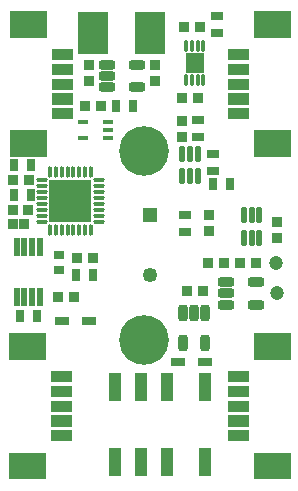
<source format=gts>
G04*
G04 #@! TF.GenerationSoftware,Altium Limited,Altium Designer,21.8.1 (53)*
G04*
G04 Layer_Color=8388736*
%FSLAX25Y25*%
%MOIN*%
G70*
G04*
G04 #@! TF.SameCoordinates,3953C7C4-12BB-4AEB-9917-3EAA161B92D5*
G04*
G04*
G04 #@! TF.FilePolarity,Negative*
G04*
G01*
G75*
%ADD37R,0.04737X0.02965*%
G04:AMPARAMS|DCode=38|XSize=55.64mil|YSize=31.23mil|CornerRadius=9.81mil|HoleSize=0mil|Usage=FLASHONLY|Rotation=270.000|XOffset=0mil|YOffset=0mil|HoleType=Round|Shape=RoundedRectangle|*
%AMROUNDEDRECTD38*
21,1,0.05564,0.01161,0,0,270.0*
21,1,0.03602,0.03123,0,0,270.0*
1,1,0.01961,-0.00581,-0.01801*
1,1,0.01961,-0.00581,0.01801*
1,1,0.01961,0.00581,0.01801*
1,1,0.01961,0.00581,-0.01801*
%
%ADD38ROUNDEDRECTD38*%
%ADD39R,0.03950X0.09265*%
%ADD40R,0.03583X0.03583*%
%ADD41R,0.14173X0.14173*%
G04:AMPARAMS|DCode=42|XSize=37.8mil|YSize=13.78mil|CornerRadius=4.63mil|HoleSize=0mil|Usage=FLASHONLY|Rotation=270.000|XOffset=0mil|YOffset=0mil|HoleType=Round|Shape=RoundedRectangle|*
%AMROUNDEDRECTD42*
21,1,0.03780,0.00453,0,0,270.0*
21,1,0.02854,0.01378,0,0,270.0*
1,1,0.00925,-0.00226,-0.01427*
1,1,0.00925,-0.00226,0.01427*
1,1,0.00925,0.00226,0.01427*
1,1,0.00925,0.00226,-0.01427*
%
%ADD42ROUNDEDRECTD42*%
G04:AMPARAMS|DCode=43|XSize=37.8mil|YSize=13.78mil|CornerRadius=4.63mil|HoleSize=0mil|Usage=FLASHONLY|Rotation=180.000|XOffset=0mil|YOffset=0mil|HoleType=Round|Shape=RoundedRectangle|*
%AMROUNDEDRECTD43*
21,1,0.03780,0.00453,0,0,180.0*
21,1,0.02854,0.01378,0,0,180.0*
1,1,0.00925,-0.01427,0.00226*
1,1,0.00925,0.01427,0.00226*
1,1,0.00925,0.01427,-0.00226*
1,1,0.00925,-0.01427,-0.00226*
%
%ADD43ROUNDEDRECTD43*%
%ADD44R,0.03583X0.03583*%
G04:AMPARAMS|DCode=45|XSize=50.79mil|YSize=19.68mil|CornerRadius=3.94mil|HoleSize=0mil|Usage=FLASHONLY|Rotation=90.000|XOffset=0mil|YOffset=0mil|HoleType=Round|Shape=RoundedRectangle|*
%AMROUNDEDRECTD45*
21,1,0.05079,0.01181,0,0,90.0*
21,1,0.04291,0.01968,0,0,90.0*
1,1,0.00787,0.00591,0.02146*
1,1,0.00787,0.00591,-0.02146*
1,1,0.00787,-0.00591,-0.02146*
1,1,0.00787,-0.00591,0.02146*
%
%ADD45ROUNDEDRECTD45*%
G04:AMPARAMS|DCode=46|XSize=55.64mil|YSize=31.23mil|CornerRadius=9.81mil|HoleSize=0mil|Usage=FLASHONLY|Rotation=0.000|XOffset=0mil|YOffset=0mil|HoleType=Round|Shape=RoundedRectangle|*
%AMROUNDEDRECTD46*
21,1,0.05564,0.01161,0,0,0.0*
21,1,0.03602,0.03123,0,0,0.0*
1,1,0.01961,0.01801,-0.00581*
1,1,0.01961,-0.01801,-0.00581*
1,1,0.01961,-0.01801,0.00581*
1,1,0.01961,0.01801,0.00581*
%
%ADD46ROUNDEDRECTD46*%
%ADD47R,0.03950X0.02965*%
%ADD48R,0.02965X0.03950*%
%ADD49R,0.10131X0.14068*%
G04:AMPARAMS|DCode=50|XSize=61.81mil|YSize=22.84mil|CornerRadius=4.33mil|HoleSize=0mil|Usage=FLASHONLY|Rotation=270.000|XOffset=0mil|YOffset=0mil|HoleType=Round|Shape=RoundedRectangle|*
%AMROUNDEDRECTD50*
21,1,0.06181,0.01417,0,0,270.0*
21,1,0.05315,0.02284,0,0,270.0*
1,1,0.00866,-0.00709,-0.02657*
1,1,0.00866,-0.00709,0.02657*
1,1,0.00866,0.00709,0.02657*
1,1,0.00866,0.00709,-0.02657*
%
%ADD50ROUNDEDRECTD50*%
%ADD51R,0.06004X0.06791*%
G04:AMPARAMS|DCode=52|XSize=37.01mil|YSize=14.57mil|CornerRadius=4.63mil|HoleSize=0mil|Usage=FLASHONLY|Rotation=270.000|XOffset=0mil|YOffset=0mil|HoleType=Round|Shape=RoundedRectangle|*
%AMROUNDEDRECTD52*
21,1,0.03701,0.00532,0,0,270.0*
21,1,0.02776,0.01457,0,0,270.0*
1,1,0.00925,-0.00266,-0.01388*
1,1,0.00925,-0.00266,0.01388*
1,1,0.00925,0.00266,0.01388*
1,1,0.00925,0.00266,-0.01388*
%
%ADD52ROUNDEDRECTD52*%
%ADD53R,0.03740X0.01772*%
%ADD54C,0.04737*%
%ADD55R,0.03202X0.03320*%
%ADD56R,0.03600X0.02550*%
%ADD57C,0.16548*%
%ADD58C,0.04934*%
%ADD59R,0.04934X0.04934*%
G36*
X2220Y724D02*
Y9591D01*
X14631D01*
Y724D01*
X2220D01*
D02*
G37*
G36*
X16393Y13322D02*
Y17072D01*
X23292D01*
Y13322D01*
X16393D01*
D02*
G37*
G36*
Y18243D02*
Y21993D01*
X23292D01*
Y18243D01*
X16393D01*
D02*
G37*
G36*
Y23165D02*
Y26914D01*
X23292D01*
Y23165D01*
X16393D01*
D02*
G37*
G36*
Y28086D02*
Y31835D01*
X23292D01*
Y28086D01*
X16393D01*
D02*
G37*
G36*
X2220Y40487D02*
Y49355D01*
X14631D01*
Y40487D01*
X2220D01*
D02*
G37*
G36*
X16393Y33007D02*
Y36757D01*
X23292D01*
Y33007D01*
X16393D01*
D02*
G37*
G36*
X82150Y17072D02*
Y13322D01*
X75251D01*
Y17072D01*
X82150D01*
D02*
G37*
G36*
X96324Y9591D02*
Y724D01*
X83913D01*
Y9591D01*
X96324D01*
D02*
G37*
G36*
X82150Y21993D02*
Y18243D01*
X75251D01*
Y21993D01*
X82150D01*
D02*
G37*
G36*
Y26914D02*
Y23165D01*
X75251D01*
Y26914D01*
X82150D01*
D02*
G37*
G36*
Y31835D02*
Y28086D01*
X75251D01*
Y31835D01*
X82150D01*
D02*
G37*
G36*
Y36757D02*
Y33007D01*
X75251D01*
Y36757D01*
X82150D01*
D02*
G37*
G36*
X96324Y49355D02*
Y40487D01*
X83913D01*
Y49355D01*
X96324D01*
D02*
G37*
G36*
X2495Y108125D02*
Y116993D01*
X14906D01*
Y108125D01*
X2495D01*
D02*
G37*
G36*
X16669Y120724D02*
Y124473D01*
X23568D01*
Y120724D01*
X16669D01*
D02*
G37*
G36*
Y125645D02*
Y129394D01*
X23568D01*
Y125645D01*
X16669D01*
D02*
G37*
G36*
Y130566D02*
Y134316D01*
X23568D01*
Y130566D01*
X16669D01*
D02*
G37*
G36*
Y135487D02*
Y139237D01*
X23568D01*
Y135487D01*
X16669D01*
D02*
G37*
G36*
Y140409D02*
Y144158D01*
X23568D01*
Y140409D01*
X16669D01*
D02*
G37*
G36*
X2495Y147889D02*
Y156757D01*
X14906D01*
Y147889D01*
X2495D01*
D02*
G37*
G36*
X82150Y124473D02*
Y120724D01*
X75251D01*
Y124473D01*
X82150D01*
D02*
G37*
G36*
X96324Y116993D02*
Y108125D01*
X83913D01*
Y116993D01*
X96324D01*
D02*
G37*
G36*
X82150Y129394D02*
Y125645D01*
X75251D01*
Y129394D01*
X82150D01*
D02*
G37*
G36*
Y134316D02*
Y130566D01*
X75251D01*
Y134316D01*
X82150D01*
D02*
G37*
G36*
Y139237D02*
Y135487D01*
X75251D01*
Y139237D01*
X82150D01*
D02*
G37*
G36*
Y144158D02*
Y140409D01*
X75251D01*
Y144158D01*
X82150D01*
D02*
G37*
G36*
X96324Y156757D02*
Y147889D01*
X83913D01*
Y156757D01*
X96324D01*
D02*
G37*
D37*
X19842Y53504D02*
D03*
X28898D02*
D03*
X58740Y39961D02*
D03*
X67795D02*
D03*
D38*
X67698Y56063D02*
D03*
X63958D02*
D03*
X60217D02*
D03*
Y46181D02*
D03*
X67698D02*
D03*
D39*
X67677Y31398D02*
D03*
X55079D02*
D03*
X46417D02*
D03*
X37756D02*
D03*
Y6398D02*
D03*
X46417D02*
D03*
X55079D02*
D03*
X67677D02*
D03*
D40*
X66811Y63543D02*
D03*
X61496D02*
D03*
X79428Y72816D02*
D03*
X84743D02*
D03*
X68759Y72822D02*
D03*
X74074D02*
D03*
X65156Y127671D02*
D03*
X59841D02*
D03*
X65965Y151496D02*
D03*
X60650D02*
D03*
X30315Y74370D02*
D03*
X25000D02*
D03*
X33002Y125205D02*
D03*
X27687D02*
D03*
X3492Y100499D02*
D03*
X8807D02*
D03*
X23996Y61339D02*
D03*
X18681D02*
D03*
X3487Y90369D02*
D03*
X8802D02*
D03*
D41*
X22795Y93543D02*
D03*
D42*
X15905Y103130D02*
D03*
X17874D02*
D03*
X19842D02*
D03*
X21811D02*
D03*
X23779D02*
D03*
X25748D02*
D03*
X27716D02*
D03*
X29685D02*
D03*
Y83957D02*
D03*
X27716D02*
D03*
X25748D02*
D03*
X23779D02*
D03*
X21811D02*
D03*
X19842D02*
D03*
X17874D02*
D03*
X15905D02*
D03*
D43*
X32382Y100433D02*
D03*
Y98465D02*
D03*
Y96496D02*
D03*
Y94528D02*
D03*
Y92559D02*
D03*
Y90591D02*
D03*
Y88622D02*
D03*
Y86654D02*
D03*
X13209D02*
D03*
Y88622D02*
D03*
Y90591D02*
D03*
Y92559D02*
D03*
Y94528D02*
D03*
Y96496D02*
D03*
Y98465D02*
D03*
Y100433D02*
D03*
D44*
X91767Y86496D02*
D03*
Y81181D02*
D03*
X69016Y88740D02*
D03*
Y83425D02*
D03*
X60038Y114882D02*
D03*
Y120197D02*
D03*
X28828Y138884D02*
D03*
Y133569D02*
D03*
X50967Y133642D02*
D03*
Y138956D02*
D03*
D45*
X85748Y81181D02*
D03*
X83189D02*
D03*
X80630D02*
D03*
Y88740D02*
D03*
X83189D02*
D03*
X85748D02*
D03*
X60038Y101670D02*
D03*
X62597D02*
D03*
X65156D02*
D03*
X62597Y109229D02*
D03*
X60038D02*
D03*
X65156D02*
D03*
D46*
X84496Y66399D02*
D03*
Y58918D02*
D03*
X74614D02*
D03*
Y62658D02*
D03*
Y66399D02*
D03*
X44855Y138884D02*
D03*
Y131404D02*
D03*
X34973D02*
D03*
Y135144D02*
D03*
Y138884D02*
D03*
D47*
X60827Y83031D02*
D03*
Y88740D02*
D03*
X70316Y103499D02*
D03*
Y109208D02*
D03*
X65156Y114882D02*
D03*
Y120591D02*
D03*
X71627Y149392D02*
D03*
Y155101D02*
D03*
D48*
X70369Y99092D02*
D03*
X76078D02*
D03*
X5919Y55273D02*
D03*
X11628D02*
D03*
X43803Y125143D02*
D03*
X24646Y68898D02*
D03*
X30354D02*
D03*
X3957Y95445D02*
D03*
X9666D02*
D03*
X4021Y105408D02*
D03*
X9730D02*
D03*
X38094Y125143D02*
D03*
D49*
X49350Y149409D02*
D03*
X30413D02*
D03*
D50*
X12520Y78268D02*
D03*
X9961D02*
D03*
X7402D02*
D03*
X4843D02*
D03*
Y61339D02*
D03*
X7402D02*
D03*
X9961D02*
D03*
X12520D02*
D03*
D51*
X64172Y139517D02*
D03*
D52*
X67125Y133867D02*
D03*
X65156D02*
D03*
X63188D02*
D03*
X61219D02*
D03*
Y145166D02*
D03*
X63188D02*
D03*
X65156D02*
D03*
X67125D02*
D03*
D53*
X35315Y114567D02*
D03*
Y117126D02*
D03*
Y119685D02*
D03*
X27047D02*
D03*
Y114567D02*
D03*
D54*
X91424Y72816D02*
D03*
X91654Y62953D02*
D03*
D55*
X3702Y85656D02*
D03*
X7442D02*
D03*
D56*
X19107Y75392D02*
D03*
Y70442D02*
D03*
D57*
X47244Y110236D02*
D03*
Y47244D02*
D03*
D58*
X49213Y68740D02*
D03*
D59*
Y88740D02*
D03*
M02*

</source>
